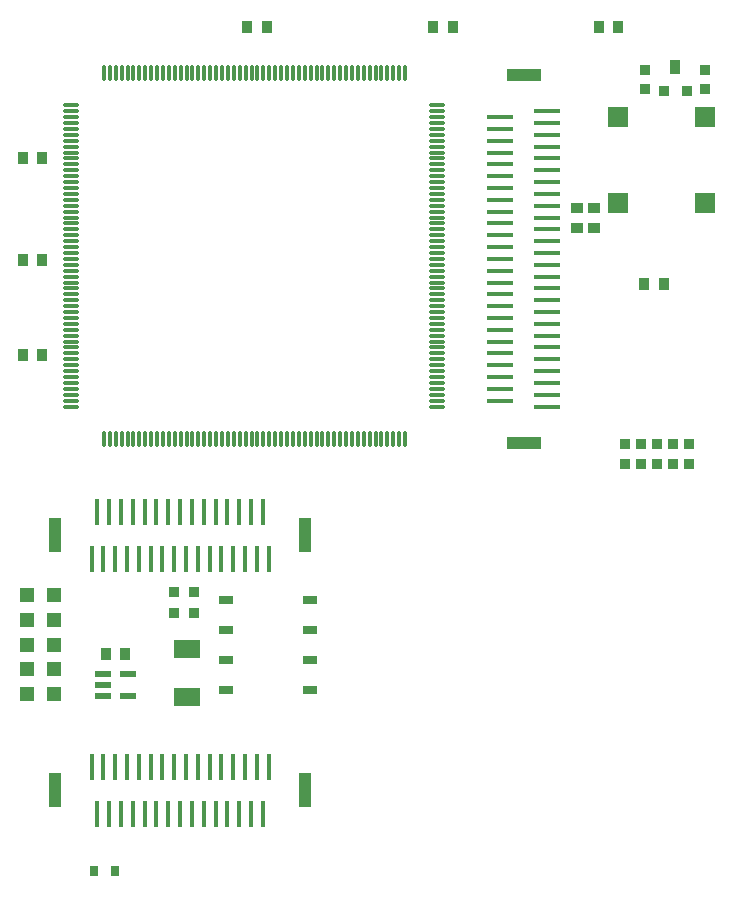
<source format=gtp>
%FSLAX44Y44*%
%MOMM*%
G71*
G01*
G75*
G04 Layer_Color=8421504*
%ADD10O,1.4000X0.3000*%
%ADD11O,0.3000X1.4000*%
%ADD12R,0.9398X1.0160*%
%ADD13R,0.9400X1.0160*%
%ADD14R,1.0160X0.9398*%
%ADD15R,1.0160X0.9400*%
%ADD16R,1.2000X1.3000*%
%ADD17R,1.2700X0.7620*%
%ADD18R,0.8000X0.9000*%
%ADD19R,0.9652X0.8890*%
%ADD20R,0.9144X0.9144*%
%ADD21R,0.9144X1.2700*%
%ADD22R,0.8890X0.9652*%
%ADD23R,2.2000X0.3600*%
%ADD24R,3.0000X1.0000*%
%ADD25R,2.2000X1.5000*%
%ADD26R,1.4500X0.5500*%
%ADD27R,0.3600X2.2000*%
%ADD28R,1.0000X3.0000*%
%ADD29R,1.8000X1.8000*%
%ADD30C,0.3000*%
%ADD31C,0.2000*%
%ADD32C,1.5000*%
%ADD33C,1.0000*%
%ADD34C,0.6000*%
%ADD35C,0.5000*%
%ADD36C,0.4000*%
%ADD37C,0.2032*%
%ADD38C,0.3810*%
%ADD39C,0.2500*%
%ADD40C,0.8000*%
%ADD41C,1.2000*%
%ADD42C,1.2000*%
%ADD43C,4.0000*%
%ADD44C,3.6000*%
%ADD45C,1.2700*%
%ADD46C,0.4000*%
%ADD47C,0.6000*%
%ADD48C,0.8000*%
%ADD49C,0.5500*%
%ADD50C,1.0000*%
%ADD51C,1.1000*%
%ADD52C,1.8000*%
%ADD53C,0.5080*%
%ADD54C,0.9000*%
%ADD55C,2.0000*%
%ADD56C,1.0160*%
%ADD57C,1.6000*%
%ADD58C,1.1000*%
%ADD59C,1.2000*%
%ADD60C,1.3000*%
%ADD61C,1.4000*%
%ADD62R,1.8000X1.1000*%
%ADD63R,1.0000X1.0000*%
%ADD64O,2.0320X0.6096*%
%ADD65R,0.3000X1.5000*%
%ADD66R,0.2600X2.0000*%
%ADD67R,2.0000X0.2600*%
%ADD68R,1.5000X0.3500*%
%ADD69R,1.8000X1.2000*%
%ADD70C,0.1270*%
%ADD71C,0.2540*%
%ADD72C,0.1500*%
%ADD73C,0.2286*%
%ADD74C,0.1524*%
%ADD75C,0.3048*%
D10*
X51920Y678500D02*
D03*
Y673500D02*
D03*
Y668500D02*
D03*
Y663500D02*
D03*
Y658500D02*
D03*
Y653500D02*
D03*
Y648500D02*
D03*
Y643500D02*
D03*
Y638500D02*
D03*
Y633500D02*
D03*
Y628500D02*
D03*
Y623500D02*
D03*
Y618500D02*
D03*
Y613500D02*
D03*
Y608500D02*
D03*
Y603500D02*
D03*
Y598500D02*
D03*
Y593500D02*
D03*
Y588500D02*
D03*
Y583500D02*
D03*
Y578500D02*
D03*
Y573500D02*
D03*
Y568500D02*
D03*
Y563500D02*
D03*
Y558500D02*
D03*
Y553500D02*
D03*
Y548500D02*
D03*
Y543500D02*
D03*
Y538500D02*
D03*
Y533500D02*
D03*
Y528500D02*
D03*
Y523500D02*
D03*
Y518500D02*
D03*
Y513500D02*
D03*
Y508500D02*
D03*
Y503500D02*
D03*
Y498500D02*
D03*
Y493500D02*
D03*
Y488500D02*
D03*
Y483500D02*
D03*
Y478500D02*
D03*
Y473500D02*
D03*
Y468500D02*
D03*
Y463500D02*
D03*
Y458500D02*
D03*
Y453500D02*
D03*
Y448500D02*
D03*
Y443500D02*
D03*
Y438500D02*
D03*
Y433500D02*
D03*
Y428500D02*
D03*
Y423500D02*
D03*
X361800D02*
D03*
Y428500D02*
D03*
Y433500D02*
D03*
Y438500D02*
D03*
Y443500D02*
D03*
Y448500D02*
D03*
Y453500D02*
D03*
Y458500D02*
D03*
Y463500D02*
D03*
Y468500D02*
D03*
Y473500D02*
D03*
Y478500D02*
D03*
Y483500D02*
D03*
Y488500D02*
D03*
Y493500D02*
D03*
Y498500D02*
D03*
Y503500D02*
D03*
Y508500D02*
D03*
Y513500D02*
D03*
Y518500D02*
D03*
Y523500D02*
D03*
Y528500D02*
D03*
Y533500D02*
D03*
Y538500D02*
D03*
Y543500D02*
D03*
Y548500D02*
D03*
Y553500D02*
D03*
Y558500D02*
D03*
Y563500D02*
D03*
Y568500D02*
D03*
Y573500D02*
D03*
Y578500D02*
D03*
Y583500D02*
D03*
Y588500D02*
D03*
Y593500D02*
D03*
Y598500D02*
D03*
Y603500D02*
D03*
Y608500D02*
D03*
Y613500D02*
D03*
Y618500D02*
D03*
Y623500D02*
D03*
Y628500D02*
D03*
Y633500D02*
D03*
Y638500D02*
D03*
Y643500D02*
D03*
Y648500D02*
D03*
Y653500D02*
D03*
Y658500D02*
D03*
Y663500D02*
D03*
Y668500D02*
D03*
Y673500D02*
D03*
Y678500D02*
D03*
D11*
X79500Y395920D02*
D03*
X84500D02*
D03*
X89500D02*
D03*
X94500D02*
D03*
X99500D02*
D03*
X104500D02*
D03*
X109500D02*
D03*
X114500D02*
D03*
X119500D02*
D03*
X124500D02*
D03*
X129500D02*
D03*
X134500D02*
D03*
X139500D02*
D03*
X144500D02*
D03*
X149500D02*
D03*
X154500D02*
D03*
X159500D02*
D03*
X164500D02*
D03*
X169500D02*
D03*
X174500D02*
D03*
X179500D02*
D03*
X184500D02*
D03*
X189500D02*
D03*
X194500D02*
D03*
X199500D02*
D03*
X204500D02*
D03*
X209500D02*
D03*
X214500D02*
D03*
X219500D02*
D03*
X224500D02*
D03*
X229500D02*
D03*
X234500D02*
D03*
X239500D02*
D03*
X244500D02*
D03*
X249500D02*
D03*
X254500D02*
D03*
X259500D02*
D03*
X264500D02*
D03*
X269500D02*
D03*
X274500D02*
D03*
X279500D02*
D03*
X284500D02*
D03*
X289500D02*
D03*
X294500D02*
D03*
X299500D02*
D03*
X304500D02*
D03*
X309500D02*
D03*
X314500D02*
D03*
X319500D02*
D03*
X324500D02*
D03*
X329500D02*
D03*
X334500D02*
D03*
Y706080D02*
D03*
X329500D02*
D03*
X324500D02*
D03*
X319500D02*
D03*
X314500D02*
D03*
X309500D02*
D03*
X304500D02*
D03*
X299500D02*
D03*
X294500D02*
D03*
X289500D02*
D03*
X284500D02*
D03*
X279500D02*
D03*
X274500D02*
D03*
X269500D02*
D03*
X264500D02*
D03*
X259500D02*
D03*
X254500D02*
D03*
X249500D02*
D03*
X244500D02*
D03*
X239500D02*
D03*
X234500D02*
D03*
X229500D02*
D03*
X224500D02*
D03*
X219500D02*
D03*
X214500D02*
D03*
X209500D02*
D03*
X204500D02*
D03*
X199500D02*
D03*
X194500D02*
D03*
X189500D02*
D03*
X184500D02*
D03*
X179500D02*
D03*
X174500D02*
D03*
X169500D02*
D03*
X164500D02*
D03*
X159500D02*
D03*
X154500D02*
D03*
X149500D02*
D03*
X144500D02*
D03*
X139500D02*
D03*
X134500D02*
D03*
X129500D02*
D03*
X124500D02*
D03*
X119500D02*
D03*
X114500D02*
D03*
X109500D02*
D03*
X104500D02*
D03*
X99500D02*
D03*
X94500D02*
D03*
X89500D02*
D03*
X84500D02*
D03*
X79500D02*
D03*
D12*
X10995Y467500D02*
D03*
X358495Y745000D02*
D03*
X10995Y547500D02*
D03*
X80995Y214000D02*
D03*
X217505Y745000D02*
D03*
X10995Y634000D02*
D03*
X553505Y527500D02*
D03*
X498495Y745000D02*
D03*
D13*
X27500Y467500D02*
D03*
X375000Y745000D02*
D03*
X27500Y547500D02*
D03*
X97500Y214000D02*
D03*
X201000Y745000D02*
D03*
X27500Y634000D02*
D03*
X537000Y527500D02*
D03*
X515000Y745000D02*
D03*
D14*
X480000Y591505D02*
D03*
X494500D02*
D03*
D15*
X480000Y575000D02*
D03*
X494500D02*
D03*
D16*
X14140Y180000D02*
D03*
X37000D02*
D03*
X14640Y264000D02*
D03*
X37500D02*
D03*
X14640Y243000D02*
D03*
X37500D02*
D03*
X14640Y222000D02*
D03*
X37500D02*
D03*
X14140Y201000D02*
D03*
X37000D02*
D03*
D17*
X253660Y260000D02*
D03*
Y234600D02*
D03*
Y209200D02*
D03*
Y183800D02*
D03*
X182540Y234600D02*
D03*
Y260000D02*
D03*
Y209200D02*
D03*
Y183800D02*
D03*
D18*
X88500Y30000D02*
D03*
X71500D02*
D03*
D19*
X139240Y266250D02*
D03*
X155750D02*
D03*
X138990Y249000D02*
D03*
X155500D02*
D03*
D20*
X553725Y690340D02*
D03*
X572775D02*
D03*
D21*
X563377Y710660D02*
D03*
D22*
X537750Y708510D02*
D03*
Y692000D02*
D03*
X588750Y691990D02*
D03*
Y708500D02*
D03*
X575000Y391510D02*
D03*
Y375000D02*
D03*
X534500Y391510D02*
D03*
Y375000D02*
D03*
X521000Y391510D02*
D03*
Y375000D02*
D03*
X561500Y391510D02*
D03*
Y375000D02*
D03*
X548000Y391510D02*
D03*
Y375000D02*
D03*
D23*
X455000Y583500D02*
D03*
Y593500D02*
D03*
Y603500D02*
D03*
Y613500D02*
D03*
Y623500D02*
D03*
Y573500D02*
D03*
Y563500D02*
D03*
Y553500D02*
D03*
Y543500D02*
D03*
Y533500D02*
D03*
Y523500D02*
D03*
Y513500D02*
D03*
Y503500D02*
D03*
Y493500D02*
D03*
Y483500D02*
D03*
Y473500D02*
D03*
Y463500D02*
D03*
Y453500D02*
D03*
Y443500D02*
D03*
Y433500D02*
D03*
Y423500D02*
D03*
Y633500D02*
D03*
Y643500D02*
D03*
Y653500D02*
D03*
Y673500D02*
D03*
X415000Y528500D02*
D03*
Y538500D02*
D03*
Y548500D02*
D03*
Y558500D02*
D03*
Y568500D02*
D03*
Y578500D02*
D03*
Y588500D02*
D03*
Y598500D02*
D03*
Y608500D02*
D03*
Y618500D02*
D03*
Y658500D02*
D03*
Y648500D02*
D03*
Y638500D02*
D03*
Y628500D02*
D03*
Y518500D02*
D03*
Y508500D02*
D03*
Y498500D02*
D03*
Y488500D02*
D03*
Y478500D02*
D03*
Y468500D02*
D03*
Y458500D02*
D03*
Y448500D02*
D03*
Y438500D02*
D03*
Y428500D02*
D03*
X455000Y663500D02*
D03*
X415000Y668500D02*
D03*
D24*
X435000Y392500D02*
D03*
Y704500D02*
D03*
D25*
X150010Y217920D02*
D03*
Y177280D02*
D03*
D26*
X78500Y197000D02*
D03*
Y187500D02*
D03*
X100000Y178000D02*
D03*
Y197000D02*
D03*
X78500Y178000D02*
D03*
D27*
X74000Y334500D02*
D03*
X84000D02*
D03*
X94000D02*
D03*
X104000D02*
D03*
X114000D02*
D03*
X124000D02*
D03*
X134000D02*
D03*
X144000D02*
D03*
X154000D02*
D03*
X164000D02*
D03*
X174000D02*
D03*
X184000D02*
D03*
X194000D02*
D03*
X204000D02*
D03*
X214000D02*
D03*
X219000Y294500D02*
D03*
X209000D02*
D03*
X199000D02*
D03*
X189000D02*
D03*
X179000D02*
D03*
X169000D02*
D03*
X159000D02*
D03*
X149000D02*
D03*
X139000D02*
D03*
X129000D02*
D03*
X119000D02*
D03*
X109000D02*
D03*
X99000D02*
D03*
X89000D02*
D03*
X79000D02*
D03*
X69000D02*
D03*
X74000Y78500D02*
D03*
X69000Y118500D02*
D03*
X79000D02*
D03*
X89000D02*
D03*
X99000D02*
D03*
X109000D02*
D03*
X119000D02*
D03*
X129000D02*
D03*
X139000D02*
D03*
X149000D02*
D03*
X159000D02*
D03*
X169000D02*
D03*
X179000D02*
D03*
X189000D02*
D03*
X199000D02*
D03*
X209000D02*
D03*
X219000D02*
D03*
X104000Y78500D02*
D03*
X114000D02*
D03*
X124000D02*
D03*
X134000D02*
D03*
X144000D02*
D03*
X154000D02*
D03*
X164000D02*
D03*
X174000D02*
D03*
X184000D02*
D03*
X194000D02*
D03*
X204000D02*
D03*
X214000D02*
D03*
X84000D02*
D03*
X94000D02*
D03*
D28*
X250000Y314500D02*
D03*
X38000D02*
D03*
X250000Y98500D02*
D03*
X38000D02*
D03*
D29*
X588000Y669000D02*
D03*
X515000D02*
D03*
Y596000D02*
D03*
X588000D02*
D03*
M02*

</source>
